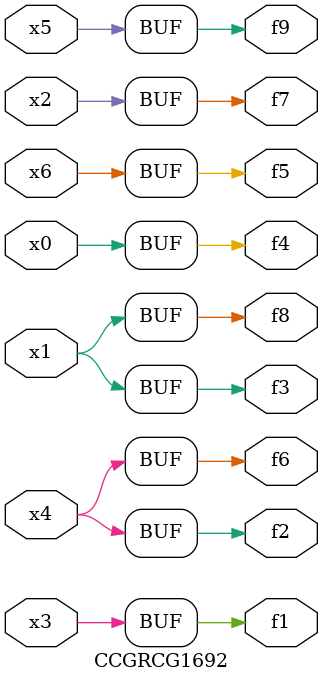
<source format=v>
module CCGRCG1692(
	input x0, x1, x2, x3, x4, x5, x6,
	output f1, f2, f3, f4, f5, f6, f7, f8, f9
);
	assign f1 = x3;
	assign f2 = x4;
	assign f3 = x1;
	assign f4 = x0;
	assign f5 = x6;
	assign f6 = x4;
	assign f7 = x2;
	assign f8 = x1;
	assign f9 = x5;
endmodule

</source>
